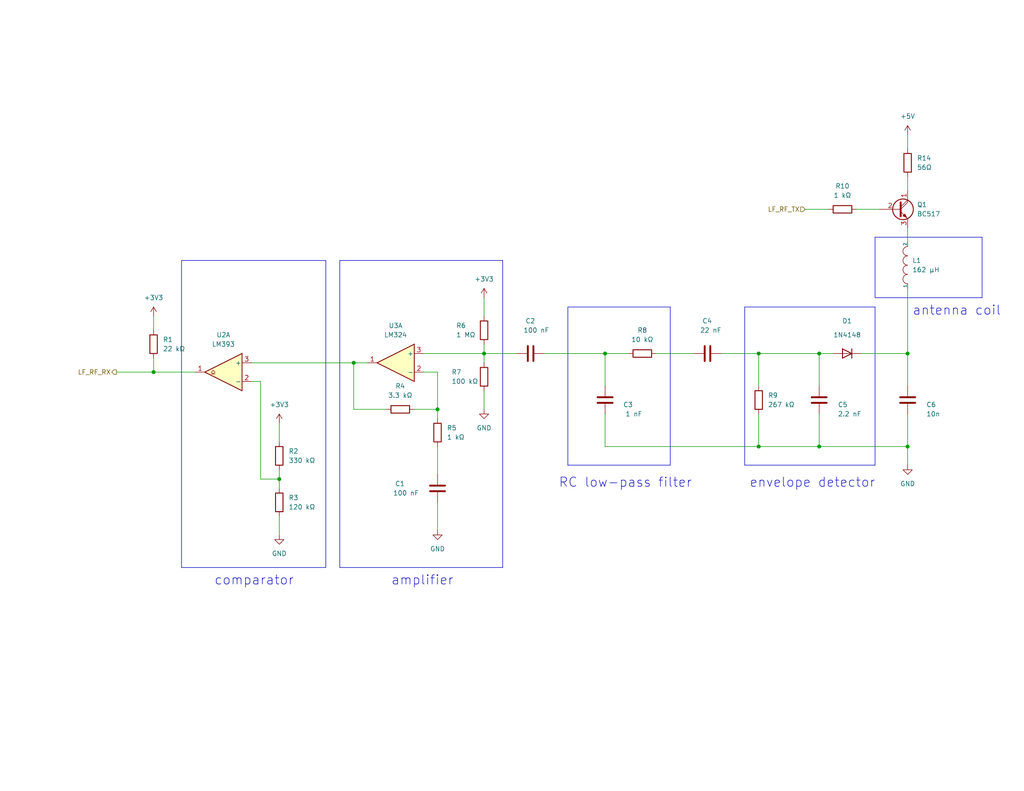
<source format=kicad_sch>
(kicad_sch (version 20220126) (generator eeschema)

  (uuid 9ddf580a-37e8-4a38-9d6b-7c598d361a67)

  (paper "A")

  (lib_symbols
    (symbol "Amplifier_Operational:LM324" (pin_names (offset 0.127)) (in_bom yes) (on_board yes)
      (property "Reference" "U" (id 0) (at 0 5.08 0)
        (effects (font (size 1.27 1.27)) (justify left))
      )
      (property "Value" "LM324" (id 1) (at 0 -5.08 0)
        (effects (font (size 1.27 1.27)) (justify left))
      )
      (property "Footprint" "" (id 2) (at -1.27 2.54 0)
        (effects (font (size 1.27 1.27)) hide)
      )
      (property "Datasheet" "http://www.ti.com/lit/ds/symlink/lm2902-n.pdf" (id 3) (at 1.27 5.08 0)
        (effects (font (size 1.27 1.27)) hide)
      )
      (property "ki_locked" "" (id 4) (at 0 0 0)
        (effects (font (size 1.27 1.27)))
      )
      (property "ki_keywords" "quad opamp" (id 5) (at 0 0 0)
        (effects (font (size 1.27 1.27)) hide)
      )
      (property "ki_description" "Low-Power, Quad-Operational Amplifiers, DIP-14/SOIC-14/SSOP-14" (id 6) (at 0 0 0)
        (effects (font (size 1.27 1.27)) hide)
      )
      (property "ki_fp_filters" "SOIC*3.9x8.7mm*P1.27mm* DIP*W7.62mm* TSSOP*4.4x5mm*P0.65mm* SSOP*5.3x6.2mm*P0.65mm* MSOP*3x3mm*P0.5mm*" (id 7) (at 0 0 0)
        (effects (font (size 1.27 1.27)) hide)
      )
      (symbol "LM324_1_1"
        (polyline
          (pts
            (xy -5.08 5.08)
            (xy 5.08 0)
            (xy -5.08 -5.08)
            (xy -5.08 5.08)
          )
          (stroke (width 0.254) (type default))
          (fill (type background))
        )
        (pin output line (at 7.62 0 180) (length 2.54)
          (name "~" (effects (font (size 1.27 1.27))))
          (number "1" (effects (font (size 1.27 1.27))))
        )
        (pin input line (at -7.62 -2.54 0) (length 2.54)
          (name "-" (effects (font (size 1.27 1.27))))
          (number "2" (effects (font (size 1.27 1.27))))
        )
        (pin input line (at -7.62 2.54 0) (length 2.54)
          (name "+" (effects (font (size 1.27 1.27))))
          (number "3" (effects (font (size 1.27 1.27))))
        )
      )
      (symbol "LM324_2_1"
        (polyline
          (pts
            (xy -5.08 5.08)
            (xy 5.08 0)
            (xy -5.08 -5.08)
            (xy -5.08 5.08)
          )
          (stroke (width 0.254) (type default))
          (fill (type background))
        )
        (pin input line (at -7.62 2.54 0) (length 2.54)
          (name "+" (effects (font (size 1.27 1.27))))
          (number "5" (effects (font (size 1.27 1.27))))
        )
        (pin input line (at -7.62 -2.54 0) (length 2.54)
          (name "-" (effects (font (size 1.27 1.27))))
          (number "6" (effects (font (size 1.27 1.27))))
        )
        (pin output line (at 7.62 0 180) (length 2.54)
          (name "~" (effects (font (size 1.27 1.27))))
          (number "7" (effects (font (size 1.27 1.27))))
        )
      )
      (symbol "LM324_3_1"
        (polyline
          (pts
            (xy -5.08 5.08)
            (xy 5.08 0)
            (xy -5.08 -5.08)
            (xy -5.08 5.08)
          )
          (stroke (width 0.254) (type default))
          (fill (type background))
        )
        (pin input line (at -7.62 2.54 0) (length 2.54)
          (name "+" (effects (font (size 1.27 1.27))))
          (number "10" (effects (font (size 1.27 1.27))))
        )
        (pin output line (at 7.62 0 180) (length 2.54)
          (name "~" (effects (font (size 1.27 1.27))))
          (number "8" (effects (font (size 1.27 1.27))))
        )
        (pin input line (at -7.62 -2.54 0) (length 2.54)
          (name "-" (effects (font (size 1.27 1.27))))
          (number "9" (effects (font (size 1.27 1.27))))
        )
      )
      (symbol "LM324_4_1"
        (polyline
          (pts
            (xy -5.08 5.08)
            (xy 5.08 0)
            (xy -5.08 -5.08)
            (xy -5.08 5.08)
          )
          (stroke (width 0.254) (type default))
          (fill (type background))
        )
        (pin input line (at -7.62 2.54 0) (length 2.54)
          (name "+" (effects (font (size 1.27 1.27))))
          (number "12" (effects (font (size 1.27 1.27))))
        )
        (pin input line (at -7.62 -2.54 0) (length 2.54)
          (name "-" (effects (font (size 1.27 1.27))))
          (number "13" (effects (font (size 1.27 1.27))))
        )
        (pin output line (at 7.62 0 180) (length 2.54)
          (name "~" (effects (font (size 1.27 1.27))))
          (number "14" (effects (font (size 1.27 1.27))))
        )
      )
      (symbol "LM324_5_1"
        (pin power_in line (at -2.54 -7.62 90) (length 3.81)
          (name "V-" (effects (font (size 1.27 1.27))))
          (number "11" (effects (font (size 1.27 1.27))))
        )
        (pin power_in line (at -2.54 7.62 270) (length 3.81)
          (name "V+" (effects (font (size 1.27 1.27))))
          (number "4" (effects (font (size 1.27 1.27))))
        )
      )
    )
    (symbol "Comparator:LM393" (pin_names (offset 0.127)) (in_bom yes) (on_board yes)
      (property "Reference" "U" (id 0) (at 3.81 3.81 0)
        (effects (font (size 1.27 1.27)))
      )
      (property "Value" "LM393" (id 1) (at 6.35 -3.81 0)
        (effects (font (size 1.27 1.27)))
      )
      (property "Footprint" "" (id 2) (at 0 0 0)
        (effects (font (size 1.27 1.27)) hide)
      )
      (property "Datasheet" "http://www.ti.com/lit/ds/symlink/lm393.pdf" (id 3) (at 0 0 0)
        (effects (font (size 1.27 1.27)) hide)
      )
      (property "ki_locked" "" (id 4) (at 0 0 0)
        (effects (font (size 1.27 1.27)))
      )
      (property "ki_keywords" "cmp open collector" (id 5) (at 0 0 0)
        (effects (font (size 1.27 1.27)) hide)
      )
      (property "ki_description" "Low-Power, Low-Offset Voltage, Dual Comparators, DIP-8/SOIC-8/TO-99-8" (id 6) (at 0 0 0)
        (effects (font (size 1.27 1.27)) hide)
      )
      (property "ki_fp_filters" "SOIC*3.9x4.9mm*P1.27mm* DIP*W7.62mm* SOP*5.28x5.23mm*P1.27mm* VSSOP*3.0x3.0mm*P0.65mm* TSSOP*4.4x3mm*P0.65mm*" (id 7) (at 0 0 0)
        (effects (font (size 1.27 1.27)) hide)
      )
      (symbol "LM393_1_1"
        (polyline
          (pts
            (xy -5.08 5.08)
            (xy 5.08 0)
            (xy -5.08 -5.08)
            (xy -5.08 5.08)
          )
          (stroke (width 0.254) (type default))
          (fill (type background))
        )
        (polyline
          (pts
            (xy 3.302 -0.508)
            (xy 2.794 -0.508)
            (xy 3.302 0)
            (xy 2.794 0.508)
            (xy 2.286 0)
            (xy 2.794 -0.508)
            (xy 2.286 -0.508)
          )
          (stroke (width 0.127) (type default))
          (fill (type none))
        )
        (pin open_collector line (at 7.62 0 180) (length 2.54)
          (name "~" (effects (font (size 1.27 1.27))))
          (number "1" (effects (font (size 1.27 1.27))))
        )
        (pin input line (at -7.62 -2.54 0) (length 2.54)
          (name "-" (effects (font (size 1.27 1.27))))
          (number "2" (effects (font (size 1.27 1.27))))
        )
        (pin input line (at -7.62 2.54 0) (length 2.54)
          (name "+" (effects (font (size 1.27 1.27))))
          (number "3" (effects (font (size 1.27 1.27))))
        )
      )
      (symbol "LM393_2_1"
        (polyline
          (pts
            (xy -5.08 5.08)
            (xy 5.08 0)
            (xy -5.08 -5.08)
            (xy -5.08 5.08)
          )
          (stroke (width 0.254) (type default))
          (fill (type background))
        )
        (polyline
          (pts
            (xy 3.302 -0.508)
            (xy 2.794 -0.508)
            (xy 3.302 0)
            (xy 2.794 0.508)
            (xy 2.286 0)
            (xy 2.794 -0.508)
            (xy 2.286 -0.508)
          )
          (stroke (width 0.127) (type default))
          (fill (type none))
        )
        (pin input line (at -7.62 2.54 0) (length 2.54)
          (name "+" (effects (font (size 1.27 1.27))))
          (number "5" (effects (font (size 1.27 1.27))))
        )
        (pin input line (at -7.62 -2.54 0) (length 2.54)
          (name "_" (effects (font (size 1.27 1.27))))
          (number "6" (effects (font (size 1.27 1.27))))
        )
        (pin open_collector line (at 7.62 0 180) (length 2.54)
          (name "~" (effects (font (size 1.27 1.27))))
          (number "7" (effects (font (size 1.27 1.27))))
        )
      )
      (symbol "LM393_3_1"
        (pin power_in line (at -2.54 -7.62 90) (length 3.81)
          (name "V-" (effects (font (size 1.27 1.27))))
          (number "4" (effects (font (size 1.27 1.27))))
        )
        (pin power_in line (at -2.54 7.62 270) (length 3.81)
          (name "V+" (effects (font (size 1.27 1.27))))
          (number "8" (effects (font (size 1.27 1.27))))
        )
      )
    )
    (symbol "Device:C" (pin_numbers hide) (pin_names (offset 0.254)) (in_bom yes) (on_board yes)
      (property "Reference" "C" (id 0) (at 0.635 2.54 0)
        (effects (font (size 1.27 1.27)) (justify left))
      )
      (property "Value" "C" (id 1) (at 0.635 -2.54 0)
        (effects (font (size 1.27 1.27)) (justify left))
      )
      (property "Footprint" "" (id 2) (at 0.9652 -3.81 0)
        (effects (font (size 1.27 1.27)) hide)
      )
      (property "Datasheet" "~" (id 3) (at 0 0 0)
        (effects (font (size 1.27 1.27)) hide)
      )
      (property "ki_keywords" "cap capacitor" (id 4) (at 0 0 0)
        (effects (font (size 1.27 1.27)) hide)
      )
      (property "ki_description" "Unpolarized capacitor" (id 5) (at 0 0 0)
        (effects (font (size 1.27 1.27)) hide)
      )
      (property "ki_fp_filters" "C_*" (id 6) (at 0 0 0)
        (effects (font (size 1.27 1.27)) hide)
      )
      (symbol "C_0_1"
        (polyline
          (pts
            (xy -2.032 -0.762)
            (xy 2.032 -0.762)
          )
          (stroke (width 0.508) (type default))
          (fill (type none))
        )
        (polyline
          (pts
            (xy -2.032 0.762)
            (xy 2.032 0.762)
          )
          (stroke (width 0.508) (type default))
          (fill (type none))
        )
      )
      (symbol "C_1_1"
        (pin passive line (at 0 3.81 270) (length 2.794)
          (name "~" (effects (font (size 1.27 1.27))))
          (number "1" (effects (font (size 1.27 1.27))))
        )
        (pin passive line (at 0 -3.81 90) (length 2.794)
          (name "~" (effects (font (size 1.27 1.27))))
          (number "2" (effects (font (size 1.27 1.27))))
        )
      )
    )
    (symbol "Device:D" (pin_numbers hide) (pin_names (offset 1.016) hide) (in_bom yes) (on_board yes)
      (property "Reference" "D" (id 0) (at 0 2.54 0)
        (effects (font (size 1.27 1.27)))
      )
      (property "Value" "D" (id 1) (at 0 -2.54 0)
        (effects (font (size 1.27 1.27)))
      )
      (property "Footprint" "" (id 2) (at 0 0 0)
        (effects (font (size 1.27 1.27)) hide)
      )
      (property "Datasheet" "~" (id 3) (at 0 0 0)
        (effects (font (size 1.27 1.27)) hide)
      )
      (property "ki_keywords" "diode" (id 4) (at 0 0 0)
        (effects (font (size 1.27 1.27)) hide)
      )
      (property "ki_description" "Diode" (id 5) (at 0 0 0)
        (effects (font (size 1.27 1.27)) hide)
      )
      (property "ki_fp_filters" "TO-???* *_Diode_* *SingleDiode* D_*" (id 6) (at 0 0 0)
        (effects (font (size 1.27 1.27)) hide)
      )
      (symbol "D_0_1"
        (polyline
          (pts
            (xy -1.27 1.27)
            (xy -1.27 -1.27)
          )
          (stroke (width 0.254) (type default))
          (fill (type none))
        )
        (polyline
          (pts
            (xy 1.27 0)
            (xy -1.27 0)
          )
          (stroke (width 0) (type default))
          (fill (type none))
        )
        (polyline
          (pts
            (xy 1.27 1.27)
            (xy 1.27 -1.27)
            (xy -1.27 0)
            (xy 1.27 1.27)
          )
          (stroke (width 0.254) (type default))
          (fill (type none))
        )
      )
      (symbol "D_1_1"
        (pin passive line (at -3.81 0 0) (length 2.54)
          (name "K" (effects (font (size 1.27 1.27))))
          (number "1" (effects (font (size 1.27 1.27))))
        )
        (pin passive line (at 3.81 0 180) (length 2.54)
          (name "A" (effects (font (size 1.27 1.27))))
          (number "2" (effects (font (size 1.27 1.27))))
        )
      )
    )
    (symbol "Device:R" (pin_numbers hide) (pin_names (offset 0)) (in_bom yes) (on_board yes)
      (property "Reference" "R" (id 0) (at 2.032 0 90)
        (effects (font (size 1.27 1.27)))
      )
      (property "Value" "R" (id 1) (at 0 0 90)
        (effects (font (size 1.27 1.27)))
      )
      (property "Footprint" "" (id 2) (at -1.778 0 90)
        (effects (font (size 1.27 1.27)) hide)
      )
      (property "Datasheet" "~" (id 3) (at 0 0 0)
        (effects (font (size 1.27 1.27)) hide)
      )
      (property "ki_keywords" "R res resistor" (id 4) (at 0 0 0)
        (effects (font (size 1.27 1.27)) hide)
      )
      (property "ki_description" "Resistor" (id 5) (at 0 0 0)
        (effects (font (size 1.27 1.27)) hide)
      )
      (property "ki_fp_filters" "R_*" (id 6) (at 0 0 0)
        (effects (font (size 1.27 1.27)) hide)
      )
      (symbol "R_0_1"
        (rectangle (start -1.016 -2.54) (end 1.016 2.54)
          (stroke (width 0.254) (type default))
          (fill (type none))
        )
      )
      (symbol "R_1_1"
        (pin passive line (at 0 3.81 270) (length 1.27)
          (name "~" (effects (font (size 1.27 1.27))))
          (number "1" (effects (font (size 1.27 1.27))))
        )
        (pin passive line (at 0 -3.81 90) (length 1.27)
          (name "~" (effects (font (size 1.27 1.27))))
          (number "2" (effects (font (size 1.27 1.27))))
        )
      )
    )
    (symbol "Transistor_BJT:BC517" (pin_names (offset 0) hide) (in_bom yes) (on_board yes)
      (property "Reference" "Q" (id 0) (at 5.08 1.905 0)
        (effects (font (size 1.27 1.27)) (justify left))
      )
      (property "Value" "BC517" (id 1) (at 5.08 0 0)
        (effects (font (size 1.27 1.27)) (justify left))
      )
      (property "Footprint" "Package_TO_SOT_THT:TO-92_Inline" (id 2) (at 5.08 -1.905 0)
        (effects (font (size 1.27 1.27) italic) (justify left) hide)
      )
      (property "Datasheet" "https://www.onsemi.com/pub/Collateral/BC517-D74Z-D.PDF" (id 3) (at 0 0 0)
        (effects (font (size 1.27 1.27)) (justify left) hide)
      )
      (property "ki_keywords" "NPN Darlington Darl Transistor" (id 4) (at 0 0 0)
        (effects (font (size 1.27 1.27)) hide)
      )
      (property "ki_description" "1A Ic, 30V Vce, Darlington NPN Transistor, TO-92" (id 5) (at 0 0 0)
        (effects (font (size 1.27 1.27)) hide)
      )
      (property "ki_fp_filters" "TO?92*" (id 6) (at 0 0 0)
        (effects (font (size 1.27 1.27)) hide)
      )
      (symbol "BC517_0_1"
        (polyline
          (pts
            (xy 0.635 0.635)
            (xy 2.54 2.54)
          )
          (stroke (width 0) (type default))
          (fill (type none))
        )
        (polyline
          (pts
            (xy 0.635 -0.635)
            (xy 2.54 -2.54)
            (xy 2.54 -2.54)
          )
          (stroke (width 0) (type default))
          (fill (type none))
        )
        (polyline
          (pts
            (xy 0.635 0)
            (xy 2.54 1.905)
            (xy 2.54 2.54)
          )
          (stroke (width 0) (type default))
          (fill (type none))
        )
        (polyline
          (pts
            (xy 0.635 1.905)
            (xy 0.635 -1.905)
            (xy 0.635 -1.905)
          )
          (stroke (width 0.508) (type default))
          (fill (type none))
        )
        (polyline
          (pts
            (xy 1.27 -1.778)
            (xy 1.778 -1.27)
            (xy 2.286 -2.286)
            (xy 1.27 -1.778)
            (xy 1.27 -1.778)
          )
          (stroke (width 0) (type default))
          (fill (type outline))
        )
        (circle (center 1.27 0) (radius 2.8194)
          (stroke (width 0.254) (type default))
          (fill (type none))
        )
      )
      (symbol "BC517_1_1"
        (pin passive line (at 2.54 5.08 270) (length 2.54)
          (name "C" (effects (font (size 1.27 1.27))))
          (number "1" (effects (font (size 1.27 1.27))))
        )
        (pin input line (at -5.08 0 0) (length 5.715)
          (name "B" (effects (font (size 1.27 1.27))))
          (number "2" (effects (font (size 1.27 1.27))))
        )
        (pin passive line (at 2.54 -5.08 90) (length 2.54)
          (name "E" (effects (font (size 1.27 1.27))))
          (number "3" (effects (font (size 1.27 1.27))))
        )
      )
    )
    (symbol "power:+3.3V" (power) (pin_names (offset 0)) (in_bom yes) (on_board yes)
      (property "Reference" "#PWR" (id 0) (at 0 -3.81 0)
        (effects (font (size 1.27 1.27)) hide)
      )
      (property "Value" "+3.3V" (id 1) (at 0 3.556 0)
        (effects (font (size 1.27 1.27)))
      )
      (property "Footprint" "" (id 2) (at 0 0 0)
        (effects (font (size 1.27 1.27)) hide)
      )
      (property "Datasheet" "" (id 3) (at 0 0 0)
        (effects (font (size 1.27 1.27)) hide)
      )
      (property "ki_keywords" "power-flag" (id 4) (at 0 0 0)
        (effects (font (size 1.27 1.27)) hide)
      )
      (property "ki_description" "Power symbol creates a global label with name \"+3.3V\"" (id 5) (at 0 0 0)
        (effects (font (size 1.27 1.27)) hide)
      )
      (symbol "+3.3V_0_1"
        (polyline
          (pts
            (xy -0.762 1.27)
            (xy 0 2.54)
          )
          (stroke (width 0) (type default))
          (fill (type none))
        )
        (polyline
          (pts
            (xy 0 0)
            (xy 0 2.54)
          )
          (stroke (width 0) (type default))
          (fill (type none))
        )
        (polyline
          (pts
            (xy 0 2.54)
            (xy 0.762 1.27)
          )
          (stroke (width 0) (type default))
          (fill (type none))
        )
      )
      (symbol "+3.3V_1_1"
        (pin power_in line (at 0 0 90) (length 0) hide
          (name "+3V3" (effects (font (size 1.27 1.27))))
          (number "1" (effects (font (size 1.27 1.27))))
        )
      )
    )
    (symbol "power:+5V" (power) (pin_names (offset 0)) (in_bom yes) (on_board yes)
      (property "Reference" "#PWR" (id 0) (at 0 -3.81 0)
        (effects (font (size 1.27 1.27)) hide)
      )
      (property "Value" "+5V" (id 1) (at 0 3.556 0)
        (effects (font (size 1.27 1.27)))
      )
      (property "Footprint" "" (id 2) (at 0 0 0)
        (effects (font (size 1.27 1.27)) hide)
      )
      (property "Datasheet" "" (id 3) (at 0 0 0)
        (effects (font (size 1.27 1.27)) hide)
      )
      (property "ki_keywords" "power-flag" (id 4) (at 0 0 0)
        (effects (font (size 1.27 1.27)) hide)
      )
      (property "ki_description" "Power symbol creates a global label with name \"+5V\"" (id 5) (at 0 0 0)
        (effects (font (size 1.27 1.27)) hide)
      )
      (symbol "+5V_0_1"
        (polyline
          (pts
            (xy -0.762 1.27)
            (xy 0 2.54)
          )
          (stroke (width 0) (type default))
          (fill (type none))
        )
        (polyline
          (pts
            (xy 0 0)
            (xy 0 2.54)
          )
          (stroke (width 0) (type default))
          (fill (type none))
        )
        (polyline
          (pts
            (xy 0 2.54)
            (xy 0.762 1.27)
          )
          (stroke (width 0) (type default))
          (fill (type none))
        )
      )
      (symbol "+5V_1_1"
        (pin power_in line (at 0 0 90) (length 0) hide
          (name "+5V" (effects (font (size 1.27 1.27))))
          (number "1" (effects (font (size 1.27 1.27))))
        )
      )
    )
    (symbol "power:GND" (power) (pin_names (offset 0)) (in_bom yes) (on_board yes)
      (property "Reference" "#PWR" (id 0) (at 0 -6.35 0)
        (effects (font (size 1.27 1.27)) hide)
      )
      (property "Value" "GND" (id 1) (at 0 -3.81 0)
        (effects (font (size 1.27 1.27)))
      )
      (property "Footprint" "" (id 2) (at 0 0 0)
        (effects (font (size 1.27 1.27)) hide)
      )
      (property "Datasheet" "" (id 3) (at 0 0 0)
        (effects (font (size 1.27 1.27)) hide)
      )
      (property "ki_keywords" "power-flag" (id 4) (at 0 0 0)
        (effects (font (size 1.27 1.27)) hide)
      )
      (property "ki_description" "Power symbol creates a global label with name \"GND\" , ground" (id 5) (at 0 0 0)
        (effects (font (size 1.27 1.27)) hide)
      )
      (symbol "GND_0_1"
        (polyline
          (pts
            (xy 0 0)
            (xy 0 -1.27)
            (xy 1.27 -1.27)
            (xy 0 -2.54)
            (xy -1.27 -1.27)
            (xy 0 -1.27)
          )
          (stroke (width 0) (type default))
          (fill (type none))
        )
      )
      (symbol "GND_1_1"
        (pin power_in line (at 0 0 270) (length 0) hide
          (name "GND" (effects (font (size 1.27 1.27))))
          (number "1" (effects (font (size 1.27 1.27))))
        )
      )
    )
    (symbol "pspice:INDUCTOR" (pin_numbers hide) (pin_names (offset 0)) (in_bom yes) (on_board yes)
      (property "Reference" "L" (id 0) (at 0 2.54 0)
        (effects (font (size 1.27 1.27)))
      )
      (property "Value" "INDUCTOR" (id 1) (at 0 -1.27 0)
        (effects (font (size 1.27 1.27)))
      )
      (property "Footprint" "" (id 2) (at 0 0 0)
        (effects (font (size 1.27 1.27)) hide)
      )
      (property "Datasheet" "~" (id 3) (at 0 0 0)
        (effects (font (size 1.27 1.27)) hide)
      )
      (property "ki_keywords" "simulation" (id 4) (at 0 0 0)
        (effects (font (size 1.27 1.27)) hide)
      )
      (property "ki_description" "Inductor symbol for simulation only" (id 5) (at 0 0 0)
        (effects (font (size 1.27 1.27)) hide)
      )
      (symbol "INDUCTOR_0_1"
        (arc (start -2.54 0) (mid -3.81 1.27) (end -5.08 0)
          (stroke (width 0) (type default))
          (fill (type none))
        )
        (arc (start 0 0) (mid -1.27 1.27) (end -2.54 0)
          (stroke (width 0) (type default))
          (fill (type none))
        )
        (arc (start 2.54 0) (mid 1.27 1.27) (end 0 0)
          (stroke (width 0) (type default))
          (fill (type none))
        )
        (arc (start 5.08 0) (mid 3.81 1.27) (end 2.54 0)
          (stroke (width 0) (type default))
          (fill (type none))
        )
      )
      (symbol "INDUCTOR_1_1"
        (pin input line (at -6.35 0 0) (length 1.27)
          (name "1" (effects (font (size 0.762 0.762))))
          (number "1" (effects (font (size 0.762 0.762))))
        )
        (pin input line (at 6.35 0 180) (length 1.27)
          (name "2" (effects (font (size 0.762 0.762))))
          (number "2" (effects (font (size 0.762 0.762))))
        )
      )
    )
  )

  (junction (at 207.01 121.92) (diameter 0) (color 0 0 0 0)
    (uuid 06665bf8-cef1-4e75-8d5b-1537b3c1b090)
  )
  (junction (at 132.08 96.52) (diameter 0) (color 0 0 0 0)
    (uuid 15189cef-9045-423b-b4f6-a763d4e75704)
  )
  (junction (at 41.91 101.6) (diameter 0) (color 0 0 0 0)
    (uuid 152cd84e-bbed-4df5-a866-d1ab977b0966)
  )
  (junction (at 247.65 96.52) (diameter 0) (color 0 0 0 0)
    (uuid 1a22eb2d-f625-4371-a918-ff1b97dc8219)
  )
  (junction (at 96.52 99.06) (diameter 0) (color 0 0 0 0)
    (uuid 2a4111b7-8149-4814-9344-3b8119cd75e4)
  )
  (junction (at 76.2 130.81) (diameter 0) (color 0 0 0 0)
    (uuid 560d05a7-84e4-403a-80d1-f287a4032b8a)
  )
  (junction (at 223.52 96.52) (diameter 0) (color 0 0 0 0)
    (uuid 9fdca5c2-1fbd-4774-a9c3-8795a40c206d)
  )
  (junction (at 223.52 121.92) (diameter 0) (color 0 0 0 0)
    (uuid a0d52767-051a-423c-a600-928281f27952)
  )
  (junction (at 165.1 96.52) (diameter 0) (color 0 0 0 0)
    (uuid a239fd1d-dfbb-49fd-b565-8c3de9dcf42b)
  )
  (junction (at 119.38 111.76) (diameter 0) (color 0 0 0 0)
    (uuid a686ed7c-c2d1-4d29-9d54-727faf9fd6bf)
  )
  (junction (at 207.01 96.52) (diameter 0) (color 0 0 0 0)
    (uuid d32956af-146b-4a09-a053-d9d64b8dd86d)
  )
  (junction (at 247.65 121.92) (diameter 0) (color 0 0 0 0)
    (uuid f674b8e7-203d-419e-988a-58e0f9ae4fad)
  )

  (wire (pts (xy 76.2 128.27) (xy 76.2 130.81))
    (stroke (width 0) (type default))
    (uuid 02127a87-6015-438f-b61e-eba633d6ee09)
  )
  (wire (pts (xy 76.2 130.81) (xy 76.2 133.35))
    (stroke (width 0) (type default))
    (uuid 02127a87-6015-438f-b61e-eba633d6ee0a)
  )
  (wire (pts (xy 219.71 57.15) (xy 226.06 57.15))
    (stroke (width 0) (type default))
    (uuid 101f69d5-ec56-4567-a395-4105a0ad82e7)
  )
  (wire (pts (xy 132.08 96.52) (xy 140.97 96.52))
    (stroke (width 0) (type default))
    (uuid 16256d61-7860-4853-8867-eaa662d84d45)
  )
  (wire (pts (xy 207.01 96.52) (xy 207.01 105.41))
    (stroke (width 0) (type default))
    (uuid 1e4e419f-0235-4831-ace9-5176a2a3166e)
  )
  (polyline (pts (xy 92.71 71.12) (xy 92.71 154.94))
    (stroke (width 0) (type default))
    (uuid 2049e6c6-ed08-4b98-b7a2-f6a5cd3eb749)
  )
  (polyline (pts (xy 92.71 71.12) (xy 137.16 71.12))
    (stroke (width 0) (type default))
    (uuid 2049e6c6-ed08-4b98-b7a2-f6a5cd3eb74a)
  )
  (polyline (pts (xy 92.71 154.94) (xy 137.16 154.94))
    (stroke (width 0) (type default))
    (uuid 2049e6c6-ed08-4b98-b7a2-f6a5cd3eb74b)
  )
  (polyline (pts (xy 137.16 154.94) (xy 137.16 71.12))
    (stroke (width 0) (type default))
    (uuid 2049e6c6-ed08-4b98-b7a2-f6a5cd3eb74c)
  )

  (wire (pts (xy 68.58 104.14) (xy 71.12 104.14))
    (stroke (width 0) (type default))
    (uuid 27cbe2ae-98b9-4da1-a07f-d5b6c1620088)
  )
  (wire (pts (xy 71.12 130.81) (xy 71.12 104.14))
    (stroke (width 0) (type default))
    (uuid 27cbe2ae-98b9-4da1-a07f-d5b6c1620089)
  )
  (wire (pts (xy 76.2 130.81) (xy 71.12 130.81))
    (stroke (width 0) (type default))
    (uuid 27cbe2ae-98b9-4da1-a07f-d5b6c162008a)
  )
  (polyline (pts (xy 154.94 83.82) (xy 154.94 127))
    (stroke (width 0) (type default))
    (uuid 3ac51394-55f8-485d-b8f5-9590e76beecf)
  )
  (polyline (pts (xy 154.94 83.82) (xy 182.88 83.82))
    (stroke (width 0) (type default))
    (uuid 3ac51394-55f8-485d-b8f5-9590e76beed0)
  )
  (polyline (pts (xy 154.94 127) (xy 182.88 127))
    (stroke (width 0) (type default))
    (uuid 3ac51394-55f8-485d-b8f5-9590e76beed1)
  )
  (polyline (pts (xy 182.88 127) (xy 182.88 83.82))
    (stroke (width 0) (type default))
    (uuid 3ac51394-55f8-485d-b8f5-9590e76beed2)
  )

  (wire (pts (xy 247.65 36.83) (xy 247.65 40.64))
    (stroke (width 0) (type default))
    (uuid 3f73c5a6-5f8d-4e91-b38e-e906794ea2eb)
  )
  (wire (pts (xy 119.38 137.16) (xy 119.38 144.78))
    (stroke (width 0) (type default))
    (uuid 41c5c75a-09ad-450f-9b83-387f6fca8a97)
  )
  (wire (pts (xy 113.03 111.76) (xy 119.38 111.76))
    (stroke (width 0) (type default))
    (uuid 429d98f2-58ae-4311-a634-42dc0dcabbec)
  )
  (wire (pts (xy 223.52 113.03) (xy 223.52 121.92))
    (stroke (width 0) (type default))
    (uuid 46aff585-c27c-459a-8f71-294195155774)
  )
  (wire (pts (xy 132.08 81.28) (xy 132.08 86.36))
    (stroke (width 0) (type default))
    (uuid 56e9e99c-71bd-4132-9d80-b597e36a4ed2)
  )
  (wire (pts (xy 247.65 121.92) (xy 247.65 127))
    (stroke (width 0) (type default))
    (uuid 570cc6d5-a949-4c4a-84d5-ac5efb3713a2)
  )
  (polyline (pts (xy 203.2 83.82) (xy 203.2 127))
    (stroke (width 0) (type default))
    (uuid 589a120b-56f8-4894-b21c-e4f6f4b7b9f4)
  )
  (polyline (pts (xy 203.2 83.82) (xy 238.76 83.82))
    (stroke (width 0) (type default))
    (uuid 589a120b-56f8-4894-b21c-e4f6f4b7b9f5)
  )
  (polyline (pts (xy 238.76 83.82) (xy 238.76 127))
    (stroke (width 0) (type default))
    (uuid 589a120b-56f8-4894-b21c-e4f6f4b7b9f6)
  )
  (polyline (pts (xy 238.76 127) (xy 203.2 127))
    (stroke (width 0) (type default))
    (uuid 589a120b-56f8-4894-b21c-e4f6f4b7b9f7)
  )

  (wire (pts (xy 96.52 111.76) (xy 96.52 99.06))
    (stroke (width 0) (type default))
    (uuid 61204ed4-40a0-4414-a43d-b2afd1902fc8)
  )
  (wire (pts (xy 247.65 113.03) (xy 247.65 121.92))
    (stroke (width 0) (type default))
    (uuid 667380a8-ebb8-491e-9022-13e833fd894e)
  )
  (wire (pts (xy 223.52 96.52) (xy 223.52 105.41))
    (stroke (width 0) (type default))
    (uuid 66b914ba-775a-432b-b9cd-6f87a91c52f2)
  )
  (wire (pts (xy 119.38 121.92) (xy 119.38 129.54))
    (stroke (width 0) (type default))
    (uuid 6b9e0e84-0963-4e0e-9c25-0258b36adaec)
  )
  (wire (pts (xy 207.01 113.03) (xy 207.01 121.92))
    (stroke (width 0) (type default))
    (uuid 730d767b-8260-4886-bdca-78655a494de5)
  )
  (wire (pts (xy 41.91 101.6) (xy 53.34 101.6))
    (stroke (width 0) (type default))
    (uuid 79f4afdd-791a-4c1c-aca0-ddafea67af5c)
  )
  (wire (pts (xy 179.07 96.52) (xy 189.23 96.52))
    (stroke (width 0) (type default))
    (uuid 7bc31f77-b049-4514-8dd6-10e6b9940047)
  )
  (wire (pts (xy 41.91 86.36) (xy 41.91 90.17))
    (stroke (width 0) (type default))
    (uuid 7edf1287-ef6f-442c-9aa3-a43583cd9e2c)
  )
  (wire (pts (xy 247.65 48.26) (xy 247.65 52.07))
    (stroke (width 0) (type default))
    (uuid 80f0b3a8-88be-4a35-8f0c-d920ce3cb6e5)
  )
  (wire (pts (xy 96.52 99.06) (xy 100.33 99.06))
    (stroke (width 0) (type default))
    (uuid 82521829-bea1-4099-9b68-13d540de2bf9)
  )
  (wire (pts (xy 165.1 113.03) (xy 165.1 121.92))
    (stroke (width 0) (type default))
    (uuid 881e6764-f4b6-4c4c-883b-8812d0219acf)
  )
  (wire (pts (xy 234.95 96.52) (xy 247.65 96.52))
    (stroke (width 0) (type default))
    (uuid 8d2e7026-40ff-4e25-9386-559d93d3d019)
  )
  (wire (pts (xy 68.58 99.06) (xy 96.52 99.06))
    (stroke (width 0) (type default))
    (uuid 98fb1f45-8588-4531-aee7-cb870de78a77)
  )
  (wire (pts (xy 105.41 111.76) (xy 96.52 111.76))
    (stroke (width 0) (type default))
    (uuid 9bb6477f-7df8-4858-b3ef-f6182d45a1e2)
  )
  (polyline (pts (xy 238.76 64.77) (xy 238.76 81.28))
    (stroke (width 0) (type default))
    (uuid 9d0aaeec-3ad4-4175-9ded-5a9f87ce4016)
  )
  (polyline (pts (xy 238.76 64.77) (xy 267.97 64.77))
    (stroke (width 0) (type default))
    (uuid 9d0aaeec-3ad4-4175-9ded-5a9f87ce4017)
  )
  (polyline (pts (xy 267.97 64.77) (xy 267.97 81.28))
    (stroke (width 0) (type default))
    (uuid 9d0aaeec-3ad4-4175-9ded-5a9f87ce4018)
  )
  (polyline (pts (xy 267.97 81.28) (xy 238.76 81.28))
    (stroke (width 0) (type default))
    (uuid 9d0aaeec-3ad4-4175-9ded-5a9f87ce4019)
  )

  (wire (pts (xy 132.08 93.98) (xy 132.08 96.52))
    (stroke (width 0) (type default))
    (uuid a541ce77-c0cf-414f-8c5f-a69f6ab7cc7b)
  )
  (wire (pts (xy 115.57 96.52) (xy 132.08 96.52))
    (stroke (width 0) (type default))
    (uuid a86b6721-0665-46c4-91d1-9251a15778c0)
  )
  (wire (pts (xy 119.38 111.76) (xy 119.38 114.3))
    (stroke (width 0) (type default))
    (uuid a9fb9566-118e-4d54-bc76-0d4aa4d7b44f)
  )
  (wire (pts (xy 247.65 96.52) (xy 247.65 105.41))
    (stroke (width 0) (type default))
    (uuid af9bfdb1-e837-4c3e-84b2-954dadd9280c)
  )
  (wire (pts (xy 76.2 140.97) (xy 76.2 146.05))
    (stroke (width 0) (type default))
    (uuid b1ffa6fb-f842-4dc0-b07b-91871e4cda98)
  )
  (wire (pts (xy 171.45 96.52) (xy 165.1 96.52))
    (stroke (width 0) (type default))
    (uuid bf2cf22f-b761-4d18-a8e9-194866f1edc6)
  )
  (wire (pts (xy 31.75 101.6) (xy 41.91 101.6))
    (stroke (width 0) (type default))
    (uuid c1084417-b1e6-4108-9a47-3cff532c4f3f)
  )
  (wire (pts (xy 76.2 115.57) (xy 76.2 120.65))
    (stroke (width 0) (type default))
    (uuid cc05db2a-6a03-4527-b342-bffdea3a810b)
  )
  (wire (pts (xy 247.65 62.23) (xy 247.65 66.04))
    (stroke (width 0) (type default))
    (uuid cf6f2767-3575-47e2-a74f-20516cdf9076)
  )
  (wire (pts (xy 165.1 121.92) (xy 207.01 121.92))
    (stroke (width 0) (type default))
    (uuid d1366521-66d2-41d7-81ff-1f205c1c9368)
  )
  (wire (pts (xy 207.01 121.92) (xy 223.52 121.92))
    (stroke (width 0) (type default))
    (uuid d1366521-66d2-41d7-81ff-1f205c1c9369)
  )
  (wire (pts (xy 223.52 121.92) (xy 247.65 121.92))
    (stroke (width 0) (type default))
    (uuid d1366521-66d2-41d7-81ff-1f205c1c936a)
  )
  (wire (pts (xy 196.85 96.52) (xy 207.01 96.52))
    (stroke (width 0) (type default))
    (uuid d29f99be-9547-4bcd-92e0-1229cc7eb0ca)
  )
  (wire (pts (xy 207.01 96.52) (xy 223.52 96.52))
    (stroke (width 0) (type default))
    (uuid d29f99be-9547-4bcd-92e0-1229cc7eb0cb)
  )
  (wire (pts (xy 223.52 96.52) (xy 227.33 96.52))
    (stroke (width 0) (type default))
    (uuid d29f99be-9547-4bcd-92e0-1229cc7eb0cc)
  )
  (wire (pts (xy 165.1 96.52) (xy 165.1 105.41))
    (stroke (width 0) (type default))
    (uuid d2f8a909-df0a-4e8c-80ed-95fb2f748544)
  )
  (wire (pts (xy 132.08 96.52) (xy 132.08 99.06))
    (stroke (width 0) (type default))
    (uuid d43c1f8c-9274-42ef-93db-7486b5489783)
  )
  (polyline (pts (xy 49.53 71.12) (xy 49.53 154.94))
    (stroke (width 0) (type default))
    (uuid e8b3103d-6f48-4098-90c2-a6dd0c174104)
  )
  (polyline (pts (xy 49.53 71.12) (xy 88.9 71.12))
    (stroke (width 0) (type default))
    (uuid e8b3103d-6f48-4098-90c2-a6dd0c174105)
  )
  (polyline (pts (xy 88.9 71.12) (xy 88.9 154.94))
    (stroke (width 0) (type default))
    (uuid e8b3103d-6f48-4098-90c2-a6dd0c174106)
  )
  (polyline (pts (xy 88.9 154.94) (xy 49.53 154.94))
    (stroke (width 0) (type default))
    (uuid e8b3103d-6f48-4098-90c2-a6dd0c174107)
  )

  (wire (pts (xy 132.08 106.68) (xy 132.08 111.76))
    (stroke (width 0) (type default))
    (uuid ea0694a9-e7ba-47f0-aeaf-00443ad0196e)
  )
  (wire (pts (xy 233.68 57.15) (xy 240.03 57.15))
    (stroke (width 0) (type default))
    (uuid ed34ad25-9976-4dd8-aae3-3b4fc59626ac)
  )
  (wire (pts (xy 148.59 96.52) (xy 165.1 96.52))
    (stroke (width 0) (type default))
    (uuid ed68e427-6368-4a40-afe8-9226ab319c26)
  )
  (wire (pts (xy 247.65 78.74) (xy 247.65 96.52))
    (stroke (width 0) (type default))
    (uuid f0761017-09bf-4f16-a943-731ca26ac1d6)
  )
  (wire (pts (xy 115.57 101.6) (xy 119.38 101.6))
    (stroke (width 0) (type default))
    (uuid f0d6b2f7-5ca1-44dd-b086-f10c0d6ebfae)
  )
  (wire (pts (xy 119.38 111.76) (xy 119.38 101.6))
    (stroke (width 0) (type default))
    (uuid f0d6b2f7-5ca1-44dd-b086-f10c0d6ebfaf)
  )
  (wire (pts (xy 41.91 97.79) (xy 41.91 101.6))
    (stroke (width 0) (type default))
    (uuid f1f4ab68-b39c-45aa-bb7c-72798e8eb8ee)
  )

  (text "amplifier" (at 106.68 160.02 0)
    (effects (font (size 2.54 2.54)) (justify left bottom))
    (uuid 328aaf28-11d7-4eed-93dc-bf546fd88219)
  )
  (text "comparator" (at 58.42 160.02 0)
    (effects (font (size 2.54 2.54)) (justify left bottom))
    (uuid 8cc83c40-9ce0-456a-8c36-cb1357c47019)
  )
  (text "RC low-pass filter" (at 152.4 133.35 0)
    (effects (font (size 2.54 2.54)) (justify left bottom))
    (uuid bdf8b8a8-ff19-40b6-8d5c-1165352e09d4)
  )
  (text "antenna coil" (at 248.92 86.36 0)
    (effects (font (size 2.54 2.54)) (justify left bottom))
    (uuid c2479015-dbfd-4674-b20f-66ee1f2ecf33)
  )
  (text "envelope detector" (at 204.47 133.35 0)
    (effects (font (size 2.54 2.54)) (justify left bottom))
    (uuid c302a927-7810-458f-872f-11a944ac6fb8)
  )

  (hierarchical_label "LF_RF_RX" (shape output) (at 31.75 101.6 180) (fields_autoplaced)
    (effects (font (size 1.27 1.27)) (justify right))
    (uuid 74e50461-1f37-409b-841c-c066ef363d18)
  )
  (hierarchical_label "LF_RF_TX" (shape input) (at 219.71 57.15 180) (fields_autoplaced)
    (effects (font (size 1.27 1.27)) (justify right))
    (uuid f250ea5b-e24b-4175-ab74-24aa1cdade48)
  )

  (symbol (lib_id "Device:R") (at 119.38 118.11 180) (unit 1)
    (in_bom yes) (on_board yes) (fields_autoplaced)
    (uuid 02542006-cf3c-4863-bf18-500aae7f15ad)
    (property "Reference" "R5" (id 0) (at 121.92 116.8399 0)
      (effects (font (size 1.27 1.27)) (justify right))
    )
    (property "Value" "1 kΩ" (id 1) (at 121.92 119.3799 0)
      (effects (font (size 1.27 1.27)) (justify right))
    )
    (property "Footprint" "Resistor_SMD:R_0603_1608Metric_Pad0.98x0.95mm_HandSolder" (id 2) (at 121.158 118.11 90)
      (effects (font (size 1.27 1.27)) hide)
    )
    (property "Datasheet" "~" (id 3) (at 119.38 118.11 0)
      (effects (font (size 1.27 1.27)) hide)
    )
    (pin "1" (uuid 90f50085-e393-4cfe-a273-f07f53368e9c))
    (pin "2" (uuid 038119a7-378b-4a78-9d78-c03c46967a46))
  )

  (symbol (lib_id "power:+5V") (at 247.65 36.83 0) (unit 1)
    (in_bom yes) (on_board yes) (fields_autoplaced)
    (uuid 06b9dff0-e96a-498f-8711-9367d4953016)
    (property "Reference" "#PWR010" (id 0) (at 247.65 40.64 0)
      (effects (font (size 1.27 1.27)) hide)
    )
    (property "Value" "+5V" (id 1) (at 247.65 31.75 0)
      (effects (font (size 1.27 1.27)))
    )
    (property "Footprint" "" (id 2) (at 247.65 36.83 0)
      (effects (font (size 1.27 1.27)) hide)
    )
    (property "Datasheet" "" (id 3) (at 247.65 36.83 0)
      (effects (font (size 1.27 1.27)) hide)
    )
    (pin "1" (uuid bae53e16-29ef-4d7b-9535-27349f9b7717))
  )

  (symbol (lib_id "Device:R") (at 207.01 109.22 0) (unit 1)
    (in_bom yes) (on_board yes) (fields_autoplaced)
    (uuid 06e66a00-352f-4889-93b3-7ee4e5cab622)
    (property "Reference" "R9" (id 0) (at 209.55 107.9499 0)
      (effects (font (size 1.27 1.27)) (justify left))
    )
    (property "Value" "267 kΩ" (id 1) (at 209.55 110.4899 0)
      (effects (font (size 1.27 1.27)) (justify left))
    )
    (property "Footprint" "Resistor_SMD:R_0603_1608Metric_Pad0.98x0.95mm_HandSolder" (id 2) (at 205.232 109.22 90)
      (effects (font (size 1.27 1.27)) hide)
    )
    (property "Datasheet" "~" (id 3) (at 207.01 109.22 0)
      (effects (font (size 1.27 1.27)) hide)
    )
    (pin "1" (uuid 504a6a25-3246-46fc-b8c5-505748bb09f8))
    (pin "2" (uuid cc41bfe5-36b0-4bb9-8c58-4ada29bd6873))
  )

  (symbol (lib_id "Device:R") (at 132.08 102.87 0) (unit 1)
    (in_bom yes) (on_board yes)
    (uuid 09cf16fe-e6a1-4219-aa78-0646c720ec33)
    (property "Reference" "R7" (id 0) (at 123.19 101.5999 0)
      (effects (font (size 1.27 1.27)) (justify left))
    )
    (property "Value" "100 kΩ" (id 1) (at 123.19 104.1399 0)
      (effects (font (size 1.27 1.27)) (justify left))
    )
    (property "Footprint" "Resistor_SMD:R_0603_1608Metric_Pad0.98x0.95mm_HandSolder" (id 2) (at 130.302 102.87 90)
      (effects (font (size 1.27 1.27)) hide)
    )
    (property "Datasheet" "~" (id 3) (at 132.08 102.87 0)
      (effects (font (size 1.27 1.27)) hide)
    )
    (pin "1" (uuid 71cfb636-4e26-481d-b6cd-92688544be37))
    (pin "2" (uuid ad02d533-33f7-4db9-8789-013b06f77a79))
  )

  (symbol (lib_id "Device:R") (at 247.65 44.45 0) (unit 1)
    (in_bom yes) (on_board yes) (fields_autoplaced)
    (uuid 2a05e9d2-5dcf-49be-aa34-682598a40b05)
    (property "Reference" "R14" (id 0) (at 250.19 43.1799 0)
      (effects (font (size 1.27 1.27)) (justify left))
    )
    (property "Value" "56Ω" (id 1) (at 250.19 45.7199 0)
      (effects (font (size 1.27 1.27)) (justify left))
    )
    (property "Footprint" "Resistor_SMD:R_0603_1608Metric_Pad0.98x0.95mm_HandSolder" (id 2) (at 245.872 44.45 90)
      (effects (font (size 1.27 1.27)) hide)
    )
    (property "Datasheet" "~" (id 3) (at 247.65 44.45 0)
      (effects (font (size 1.27 1.27)) hide)
    )
    (pin "1" (uuid 90ce8904-0a6d-4a84-bd12-726772c0f0b6))
    (pin "2" (uuid e5eb077b-1dd0-4f39-b524-5e6b227c98e7))
  )

  (symbol (lib_id "power:+3.3V") (at 132.08 81.28 0) (unit 1)
    (in_bom yes) (on_board yes) (fields_autoplaced)
    (uuid 2e54cf7c-9a72-450b-827f-a569bc0e444e)
    (property "Reference" "#PWR08" (id 0) (at 132.08 85.09 0)
      (effects (font (size 1.27 1.27)) hide)
    )
    (property "Value" "+3.3V" (id 1) (at 132.08 76.2 0)
      (effects (font (size 1.27 1.27)))
    )
    (property "Footprint" "" (id 2) (at 132.08 81.28 0)
      (effects (font (size 1.27 1.27)) hide)
    )
    (property "Datasheet" "" (id 3) (at 132.08 81.28 0)
      (effects (font (size 1.27 1.27)) hide)
    )
    (pin "1" (uuid 348a4f50-2c34-4346-8e9e-c1c3e5fab424))
  )

  (symbol (lib_id "power:GND") (at 76.2 146.05 0) (unit 1)
    (in_bom yes) (on_board yes) (fields_autoplaced)
    (uuid 2f18274e-0525-47a9-b515-9b79e0687d1c)
    (property "Reference" "#PWR06" (id 0) (at 76.2 152.4 0)
      (effects (font (size 1.27 1.27)) hide)
    )
    (property "Value" "GND" (id 1) (at 76.2 151.13 0)
      (effects (font (size 1.27 1.27)))
    )
    (property "Footprint" "" (id 2) (at 76.2 146.05 0)
      (effects (font (size 1.27 1.27)) hide)
    )
    (property "Datasheet" "" (id 3) (at 76.2 146.05 0)
      (effects (font (size 1.27 1.27)) hide)
    )
    (pin "1" (uuid c100d811-5a1a-4e14-959f-eaa0e4b150d2))
  )

  (symbol (lib_id "Device:R") (at 109.22 111.76 90) (unit 1)
    (in_bom yes) (on_board yes) (fields_autoplaced)
    (uuid 2ff94dfb-b6ce-483e-9f7a-8abad22c0ec7)
    (property "Reference" "R4" (id 0) (at 109.22 105.41 90)
      (effects (font (size 1.27 1.27)))
    )
    (property "Value" "3.3 kΩ" (id 1) (at 109.22 107.95 90)
      (effects (font (size 1.27 1.27)))
    )
    (property "Footprint" "Resistor_SMD:R_0603_1608Metric_Pad0.98x0.95mm_HandSolder" (id 2) (at 109.22 113.538 90)
      (effects (font (size 1.27 1.27)) hide)
    )
    (property "Datasheet" "~" (id 3) (at 109.22 111.76 0)
      (effects (font (size 1.27 1.27)) hide)
    )
    (pin "1" (uuid e0c117a3-901d-4615-86b9-38a228c902d1))
    (pin "2" (uuid 8c99fcf2-cfa9-4e7f-beb9-033ed962f78c))
  )

  (symbol (lib_id "Device:R") (at 41.91 93.98 0) (unit 1)
    (in_bom yes) (on_board yes) (fields_autoplaced)
    (uuid 455ff276-4778-486d-9b03-8a3b3124665a)
    (property "Reference" "R1" (id 0) (at 44.45 92.7099 0)
      (effects (font (size 1.27 1.27)) (justify left))
    )
    (property "Value" "22 kΩ" (id 1) (at 44.45 95.2499 0)
      (effects (font (size 1.27 1.27)) (justify left))
    )
    (property "Footprint" "Resistor_SMD:R_0603_1608Metric_Pad0.98x0.95mm_HandSolder" (id 2) (at 40.132 93.98 90)
      (effects (font (size 1.27 1.27)) hide)
    )
    (property "Datasheet" "~" (id 3) (at 41.91 93.98 0)
      (effects (font (size 1.27 1.27)) hide)
    )
    (pin "1" (uuid 6defe563-d871-43b4-bff4-73cc2331ba89))
    (pin "2" (uuid 59c82535-e73b-4e9c-8ade-75ffd4a41be1))
  )

  (symbol (lib_id "Device:C") (at 119.38 133.35 180) (unit 1)
    (in_bom yes) (on_board yes)
    (uuid 4944072b-a2f1-49ed-8095-ba72c5e6fd36)
    (property "Reference" "C1" (id 0) (at 110.49 132.0801 0)
      (effects (font (size 1.27 1.27)) (justify left))
    )
    (property "Value" "100 nF" (id 1) (at 114.3 134.6201 0)
      (effects (font (size 1.27 1.27)) (justify left))
    )
    (property "Footprint" "Capacitor_SMD:C_0603_1608Metric_Pad1.08x0.95mm_HandSolder" (id 2) (at 118.4148 129.54 0)
      (effects (font (size 1.27 1.27)) hide)
    )
    (property "Datasheet" "~" (id 3) (at 119.38 133.35 0)
      (effects (font (size 1.27 1.27)) hide)
    )
    (pin "1" (uuid 6cb8c775-3d17-484c-a701-411c3c056858))
    (pin "2" (uuid f2f87301-78e4-4ae4-90fd-bf77e6b10d73))
  )

  (symbol (lib_id "Comparator:LM393") (at 60.96 101.6 0) (mirror y) (unit 1)
    (in_bom yes) (on_board yes) (fields_autoplaced)
    (uuid 4ac97269-7e37-4137-bb95-a31528674e8f)
    (property "Reference" "U2" (id 0) (at 60.96 91.44 0)
      (effects (font (size 1.27 1.27)))
    )
    (property "Value" "LM393" (id 1) (at 60.96 93.98 0)
      (effects (font (size 1.27 1.27)))
    )
    (property "Footprint" "DualComparator_LM393:SO08" (id 2) (at 60.96 101.6 0)
      (effects (font (size 1.27 1.27)) hide)
    )
    (property "Datasheet" "http://www.ti.com/lit/ds/symlink/lm393.pdf" (id 3) (at 60.96 101.6 0)
      (effects (font (size 1.27 1.27)) hide)
    )
    (pin "1" (uuid 705000f9-baa9-4959-b0fa-911a27afc375))
    (pin "2" (uuid a99e40f5-4f88-4401-abef-b79f7414d264))
    (pin "3" (uuid 2c653c4e-fd25-43e9-ad5d-277d95765e08))
    (pin "5" (uuid 8ac400bf-c9b3-4af4-b0a7-9aa9ab4ad17e))
    (pin "6" (uuid 97dcf785-3264-40a1-a36e-8842acab24fb))
    (pin "7" (uuid 363945f6-fbef-42be-99cf-4a8a48434d92))
    (pin "4" (uuid 0cc9bf07-55b9-458f-b8aa-41b2f51fa940))
    (pin "8" (uuid 241e0c85-4796-48eb-a5a0-1c0f2d6e5910))
  )

  (symbol (lib_id "Device:D") (at 231.14 96.52 0) (mirror y) (unit 1)
    (in_bom yes) (on_board yes)
    (uuid 5acb20b2-f807-4496-9f75-1929fd1f542d)
    (property "Reference" "D1" (id 0) (at 231.14 87.63 0)
      (effects (font (size 1.27 1.27)))
    )
    (property "Value" "1N4148" (id 1) (at 231.14 91.44 0)
      (effects (font (size 1.27 1.27)))
    )
    (property "Footprint" "ZenerDiodes:DIOAD829W49L456D191" (id 2) (at 231.14 96.52 0)
      (effects (font (size 1.27 1.27)) hide)
    )
    (property "Datasheet" "~" (id 3) (at 231.14 96.52 0)
      (effects (font (size 1.27 1.27)) hide)
    )
    (pin "1" (uuid 74d371fd-38a0-43a6-86dd-b813ad986734))
    (pin "2" (uuid 7f0be0c4-2b45-40e8-a9e5-0da8934a7a16))
  )

  (symbol (lib_id "Device:R") (at 175.26 96.52 90) (unit 1)
    (in_bom yes) (on_board yes) (fields_autoplaced)
    (uuid 6ea5ec6a-d645-4b77-9745-b9d7701e6f53)
    (property "Reference" "R8" (id 0) (at 175.26 90.17 90)
      (effects (font (size 1.27 1.27)))
    )
    (property "Value" "10 kΩ" (id 1) (at 175.26 92.71 90)
      (effects (font (size 1.27 1.27)))
    )
    (property "Footprint" "Resistor_SMD:R_0603_1608Metric_Pad0.98x0.95mm_HandSolder" (id 2) (at 175.26 98.298 90)
      (effects (font (size 1.27 1.27)) hide)
    )
    (property "Datasheet" "~" (id 3) (at 175.26 96.52 0)
      (effects (font (size 1.27 1.27)) hide)
    )
    (pin "1" (uuid 123a1b55-aba8-49fa-a5e5-f2abf8c60f28))
    (pin "2" (uuid ef8cf08e-38e1-4791-a14a-5838adddb407))
  )

  (symbol (lib_id "power:GND") (at 132.08 111.76 0) (unit 1)
    (in_bom yes) (on_board yes) (fields_autoplaced)
    (uuid 7560bc73-0ab1-4a3a-99bb-d3263261ff01)
    (property "Reference" "#PWR09" (id 0) (at 132.08 118.11 0)
      (effects (font (size 1.27 1.27)) hide)
    )
    (property "Value" "GND" (id 1) (at 132.08 116.84 0)
      (effects (font (size 1.27 1.27)))
    )
    (property "Footprint" "" (id 2) (at 132.08 111.76 0)
      (effects (font (size 1.27 1.27)) hide)
    )
    (property "Datasheet" "" (id 3) (at 132.08 111.76 0)
      (effects (font (size 1.27 1.27)) hide)
    )
    (pin "1" (uuid 258a7429-a259-4624-baa2-2e862d893740))
  )

  (symbol (lib_id "pspice:INDUCTOR") (at 247.65 72.39 90) (unit 1)
    (in_bom yes) (on_board yes) (fields_autoplaced)
    (uuid 8a6d9f77-981f-4711-a139-385b0b2abc7c)
    (property "Reference" "L1" (id 0) (at 248.92 71.1199 90)
      (effects (font (size 1.27 1.27)) (justify right))
    )
    (property "Value" "162 µH" (id 1) (at 248.92 73.6599 90)
      (effects (font (size 1.27 1.27)) (justify right))
    )
    (property "Footprint" "" (id 2) (at 247.65 72.39 0)
      (effects (font (size 1.27 1.27)) hide)
    )
    (property "Datasheet" "~" (id 3) (at 247.65 72.39 0)
      (effects (font (size 1.27 1.27)) hide)
    )
    (pin "1" (uuid df65017c-c2c1-4c41-ba1d-ce2ebe94ceda))
    (pin "2" (uuid 589fa50c-9197-4329-934a-5fb1c8b09863))
  )

  (symbol (lib_id "Amplifier_Operational:LM324") (at 107.95 99.06 0) (mirror y) (unit 1)
    (in_bom yes) (on_board yes) (fields_autoplaced)
    (uuid 8f68e74a-7b7b-4ea1-9129-44a724df83ae)
    (property "Reference" "U3" (id 0) (at 107.95 88.9 0)
      (effects (font (size 1.27 1.27)))
    )
    (property "Value" "LM324" (id 1) (at 107.95 91.44 0)
      (effects (font (size 1.27 1.27)))
    )
    (property "Footprint" "GPOPAmp_LM324:SOIC127P600X175-14N" (id 2) (at 109.22 96.52 0)
      (effects (font (size 1.27 1.27)) hide)
    )
    (property "Datasheet" "http://www.ti.com/lit/ds/symlink/lm2902-n.pdf" (id 3) (at 106.68 93.98 0)
      (effects (font (size 1.27 1.27)) hide)
    )
    (pin "1" (uuid 4117cc95-93be-4413-b6c5-2f12311b3c8a))
    (pin "2" (uuid b2f75bd5-bc83-431e-ac7d-1879d8917e8b))
    (pin "3" (uuid 7c5357c1-c0c3-4506-ac16-b51da903d954))
    (pin "5" (uuid 851f3d61-ba3b-4e6e-abd4-cafa4d9b64cb))
    (pin "6" (uuid ca6e2466-a90a-4dab-be16-b070610e5087))
    (pin "7" (uuid d18f2428-546f-4066-8ffb-7653303685db))
    (pin "10" (uuid d95c6650-fcd9-4184-97fe-fde43ea5c0cd))
    (pin "8" (uuid 12fa3c3f-3d14-451a-a6a8-884fd1b32fa7))
    (pin "9" (uuid f4a1ab68-998b-43e3-aa33-40b58210bc99))
    (pin "12" (uuid e76ec524-408a-4daa-89f6-0edfdbcfb621))
    (pin "13" (uuid 78b44915-d68e-4488-a873-34767153ef98))
    (pin "14" (uuid 3993c707-5291-41b6-83c0-d1c09cb3833a))
    (pin "11" (uuid 17ff35b3-d658-499b-9a46-ea36063fed4e))
    (pin "4" (uuid d13b0eae-4711-4325-a6bb-aa8e3646e86e))
  )

  (symbol (lib_id "power:+3.3V") (at 76.2 115.57 0) (unit 1)
    (in_bom yes) (on_board yes) (fields_autoplaced)
    (uuid 8fb8323f-176b-4b42-abb4-65c0fd2b4cbc)
    (property "Reference" "#PWR05" (id 0) (at 76.2 119.38 0)
      (effects (font (size 1.27 1.27)) hide)
    )
    (property "Value" "+3.3V" (id 1) (at 76.2 110.49 0)
      (effects (font (size 1.27 1.27)))
    )
    (property "Footprint" "" (id 2) (at 76.2 115.57 0)
      (effects (font (size 1.27 1.27)) hide)
    )
    (property "Datasheet" "" (id 3) (at 76.2 115.57 0)
      (effects (font (size 1.27 1.27)) hide)
    )
    (pin "1" (uuid d2efe1ab-c862-4823-b695-7371098192e9))
  )

  (symbol (lib_id "Device:R") (at 76.2 124.46 0) (unit 1)
    (in_bom yes) (on_board yes) (fields_autoplaced)
    (uuid 92ab53c5-4274-4f13-9bf1-4e1ebb88fe14)
    (property "Reference" "R2" (id 0) (at 78.74 123.1899 0)
      (effects (font (size 1.27 1.27)) (justify left))
    )
    (property "Value" "330 kΩ" (id 1) (at 78.74 125.7299 0)
      (effects (font (size 1.27 1.27)) (justify left))
    )
    (property "Footprint" "Resistor_SMD:R_0603_1608Metric_Pad0.98x0.95mm_HandSolder" (id 2) (at 74.422 124.46 90)
      (effects (font (size 1.27 1.27)) hide)
    )
    (property "Datasheet" "~" (id 3) (at 76.2 124.46 0)
      (effects (font (size 1.27 1.27)) hide)
    )
    (pin "1" (uuid 337f6008-f047-4dad-87a9-18d3884c5fde))
    (pin "2" (uuid 932e1c65-fd0e-4870-aa83-308bedfeb42c))
  )

  (symbol (lib_id "power:GND") (at 247.65 127 0) (unit 1)
    (in_bom yes) (on_board yes) (fields_autoplaced)
    (uuid 956a5f71-6a68-4044-bbc9-ca57390bfc8d)
    (property "Reference" "#PWR011" (id 0) (at 247.65 133.35 0)
      (effects (font (size 1.27 1.27)) hide)
    )
    (property "Value" "GND" (id 1) (at 247.65 132.08 0)
      (effects (font (size 1.27 1.27)))
    )
    (property "Footprint" "" (id 2) (at 247.65 127 0)
      (effects (font (size 1.27 1.27)) hide)
    )
    (property "Datasheet" "" (id 3) (at 247.65 127 0)
      (effects (font (size 1.27 1.27)) hide)
    )
    (pin "1" (uuid 0a147e3b-bd6b-4dd3-8324-1954183d2a39))
  )

  (symbol (lib_id "Device:C") (at 144.78 96.52 90) (unit 1)
    (in_bom yes) (on_board yes)
    (uuid 9e797169-3c1f-47a8-9ccd-b93cc81ffce2)
    (property "Reference" "C2" (id 0) (at 146.05 87.6301 90)
      (effects (font (size 1.27 1.27)) (justify left))
    )
    (property "Value" "100 nF" (id 1) (at 149.86 90.1701 90)
      (effects (font (size 1.27 1.27)) (justify left))
    )
    (property "Footprint" "Capacitor_SMD:C_0603_1608Metric_Pad1.08x0.95mm_HandSolder" (id 2) (at 148.59 95.5548 0)
      (effects (font (size 1.27 1.27)) hide)
    )
    (property "Datasheet" "~" (id 3) (at 144.78 96.52 0)
      (effects (font (size 1.27 1.27)) hide)
    )
    (pin "1" (uuid 4ba3f851-7e77-4abc-9611-6196bad29f99))
    (pin "2" (uuid 238fe59d-aced-42b3-96ea-b1863f03f07c))
  )

  (symbol (lib_id "Device:R") (at 76.2 137.16 0) (unit 1)
    (in_bom yes) (on_board yes) (fields_autoplaced)
    (uuid 9ee63ff0-4591-4813-bfc8-38d447ef73c4)
    (property "Reference" "R3" (id 0) (at 78.74 135.8899 0)
      (effects (font (size 1.27 1.27)) (justify left))
    )
    (property "Value" "120 kΩ" (id 1) (at 78.74 138.4299 0)
      (effects (font (size 1.27 1.27)) (justify left))
    )
    (property "Footprint" "Resistor_SMD:R_0603_1608Metric_Pad0.98x0.95mm_HandSolder" (id 2) (at 74.422 137.16 90)
      (effects (font (size 1.27 1.27)) hide)
    )
    (property "Datasheet" "~" (id 3) (at 76.2 137.16 0)
      (effects (font (size 1.27 1.27)) hide)
    )
    (pin "1" (uuid 0509b46f-7af0-44f9-9c85-c8dd49a4c402))
    (pin "2" (uuid 60d70784-9c97-477e-bf59-438c8e1befab))
  )

  (symbol (lib_id "Transistor_BJT:BC517") (at 245.11 57.15 0) (unit 1)
    (in_bom yes) (on_board yes) (fields_autoplaced)
    (uuid a2af022a-47d0-4ef8-8e55-89cd26190f9b)
    (property "Reference" "Q1" (id 0) (at 250.19 55.8799 0)
      (effects (font (size 1.27 1.27)) (justify left))
    )
    (property "Value" "BC517" (id 1) (at 250.19 58.4199 0)
      (effects (font (size 1.27 1.27)) (justify left))
    )
    (property "Footprint" "Package_TO_SOT_THT:TO-92_Inline" (id 2) (at 250.19 59.055 0)
      (effects (font (size 1.27 1.27) italic) (justify left) hide)
    )
    (property "Datasheet" "https://www.onsemi.com/pub/Collateral/BC517-D74Z-D.PDF" (id 3) (at 245.11 57.15 0)
      (effects (font (size 1.27 1.27)) (justify left) hide)
    )
    (pin "1" (uuid e879941c-5969-4e73-917b-fc30d9d68310))
    (pin "2" (uuid f43ba4fc-1707-4e45-94a1-62fd574bf56e))
    (pin "3" (uuid e0462b95-f020-4970-b14c-7424971d62a0))
  )

  (symbol (lib_id "Device:C") (at 193.04 96.52 90) (unit 1)
    (in_bom yes) (on_board yes)
    (uuid b0d4ff63-3a1a-40a5-8528-4cecf50be958)
    (property "Reference" "C4" (id 0) (at 194.31 87.63 90)
      (effects (font (size 1.27 1.27)) (justify left))
    )
    (property "Value" "22 nF" (id 1) (at 196.85 90.17 90)
      (effects (font (size 1.27 1.27)) (justify left))
    )
    (property "Footprint" "Capacitor_SMD:C_0603_1608Metric_Pad1.08x0.95mm_HandSolder" (id 2) (at 196.85 95.5548 0)
      (effects (font (size 1.27 1.27)) hide)
    )
    (property "Datasheet" "~" (id 3) (at 193.04 96.52 0)
      (effects (font (size 1.27 1.27)) hide)
    )
    (pin "1" (uuid 5191f5da-52f9-4dbe-949a-c940980efb5b))
    (pin "2" (uuid 4f2c005f-220e-43fd-937d-633432dd2f1d))
  )

  (symbol (lib_id "Device:R") (at 132.08 90.17 0) (unit 1)
    (in_bom yes) (on_board yes)
    (uuid b75a2ccd-d1a4-401f-8107-c29084e11158)
    (property "Reference" "R6" (id 0) (at 124.46 88.8999 0)
      (effects (font (size 1.27 1.27)) (justify left))
    )
    (property "Value" "1 MΩ" (id 1) (at 124.46 91.4399 0)
      (effects (font (size 1.27 1.27)) (justify left))
    )
    (property "Footprint" "Resistor_SMD:R_0603_1608Metric_Pad0.98x0.95mm_HandSolder" (id 2) (at 130.302 90.17 90)
      (effects (font (size 1.27 1.27)) hide)
    )
    (property "Datasheet" "~" (id 3) (at 132.08 90.17 0)
      (effects (font (size 1.27 1.27)) hide)
    )
    (pin "1" (uuid aa9ffdea-486c-4d4b-9d19-bc3410bf2a84))
    (pin "2" (uuid 21ffcf25-82a8-405f-8d17-fe0638dc0512))
  )

  (symbol (lib_id "Device:R") (at 229.87 57.15 270) (unit 1)
    (in_bom yes) (on_board yes) (fields_autoplaced)
    (uuid bd307c9e-6593-41ec-80ed-fd38830a7421)
    (property "Reference" "R10" (id 0) (at 229.87 50.8 90)
      (effects (font (size 1.27 1.27)))
    )
    (property "Value" "1 kΩ" (id 1) (at 229.87 53.34 90)
      (effects (font (size 1.27 1.27)))
    )
    (property "Footprint" "Resistor_SMD:R_0603_1608Metric_Pad0.98x0.95mm_HandSolder" (id 2) (at 229.87 55.372 90)
      (effects (font (size 1.27 1.27)) hide)
    )
    (property "Datasheet" "~" (id 3) (at 229.87 57.15 0)
      (effects (font (size 1.27 1.27)) hide)
    )
    (pin "1" (uuid 83f23b88-e3dd-4580-a9f7-ced978119242))
    (pin "2" (uuid e4e63bb4-d761-48cc-a570-07b47d9aa40b))
  )

  (symbol (lib_id "power:+3.3V") (at 41.91 86.36 0) (unit 1)
    (in_bom yes) (on_board yes) (fields_autoplaced)
    (uuid c332caee-cc2d-4b93-bafe-cc3ce74ba415)
    (property "Reference" "#PWR04" (id 0) (at 41.91 90.17 0)
      (effects (font (size 1.27 1.27)) hide)
    )
    (property "Value" "+3.3V" (id 1) (at 41.91 81.28 0)
      (effects (font (size 1.27 1.27)))
    )
    (property "Footprint" "" (id 2) (at 41.91 86.36 0)
      (effects (font (size 1.27 1.27)) hide)
    )
    (property "Datasheet" "" (id 3) (at 41.91 86.36 0)
      (effects (font (size 1.27 1.27)) hide)
    )
    (pin "1" (uuid 9f4d5583-cf33-4e16-9fd7-1ed6d2db83ba))
  )

  (symbol (lib_id "Device:C") (at 247.65 109.22 0) (unit 1)
    (in_bom yes) (on_board yes)
    (uuid c6f7212e-7b0c-4b37-b894-b1ac5d1b4506)
    (property "Reference" "C6" (id 0) (at 252.73 110.4899 0)
      (effects (font (size 1.27 1.27)) (justify left))
    )
    (property "Value" "10n" (id 1) (at 252.73 113.0299 0)
      (effects (font (size 1.27 1.27)) (justify left))
    )
    (property "Footprint" "Capacitor_SMD:C_0603_1608Metric_Pad1.08x0.95mm_HandSolder" (id 2) (at 248.6152 113.03 0)
      (effects (font (size 1.27 1.27)) hide)
    )
    (property "Datasheet" "~" (id 3) (at 247.65 109.22 0)
      (effects (font (size 1.27 1.27)) hide)
    )
    (pin "1" (uuid d61b3658-da19-4158-9474-8dd1ae54bb3f))
    (pin "2" (uuid 73b36254-e88e-45ed-8aac-694414d6b72e))
  )

  (symbol (lib_id "Device:C") (at 223.52 109.22 0) (unit 1)
    (in_bom yes) (on_board yes)
    (uuid e418f626-634a-4830-ac0e-11e1a15d7e17)
    (property "Reference" "C5" (id 0) (at 228.6 110.4899 0)
      (effects (font (size 1.27 1.27)) (justify left))
    )
    (property "Value" "2.2 nF" (id 1) (at 228.6 113.0299 0)
      (effects (font (size 1.27 1.27)) (justify left))
    )
    (property "Footprint" "Capacitor_SMD:C_0603_1608Metric_Pad1.08x0.95mm_HandSolder" (id 2) (at 224.4852 113.03 0)
      (effects (font (size 1.27 1.27)) hide)
    )
    (property "Datasheet" "~" (id 3) (at 223.52 109.22 0)
      (effects (font (size 1.27 1.27)) hide)
    )
    (pin "1" (uuid 1760068c-e7b0-4b40-a63b-d7ea71a63f8a))
    (pin "2" (uuid 8af34369-7329-4474-a9d7-6a55baf9d9a8))
  )

  (symbol (lib_id "Device:C") (at 165.1 109.22 180) (unit 1)
    (in_bom yes) (on_board yes)
    (uuid f477485f-1ae9-43f1-aac8-6081452e507a)
    (property "Reference" "C3" (id 0) (at 172.72 110.4901 0)
      (effects (font (size 1.27 1.27)) (justify left))
    )
    (property "Value" "1 nF" (id 1) (at 175.26 113.0301 0)
      (effects (font (size 1.27 1.27)) (justify left))
    )
    (property "Footprint" "Capacitor_SMD:C_0603_1608Metric_Pad1.08x0.95mm_HandSolder" (id 2) (at 164.1348 105.41 0)
      (effects (font (size 1.27 1.27)) hide)
    )
    (property "Datasheet" "~" (id 3) (at 165.1 109.22 0)
      (effects (font (size 1.27 1.27)) hide)
    )
    (pin "1" (uuid 797b5b63-221d-4713-a7c1-4d8efffd5a7e))
    (pin "2" (uuid 35219ec0-3d59-4856-afda-bf61b21d565a))
  )

  (symbol (lib_id "power:GND") (at 119.38 144.78 0) (unit 1)
    (in_bom yes) (on_board yes) (fields_autoplaced)
    (uuid fc01f234-c807-457b-8752-32a9e03e7348)
    (property "Reference" "#PWR07" (id 0) (at 119.38 151.13 0)
      (effects (font (size 1.27 1.27)) hide)
    )
    (property "Value" "GND" (id 1) (at 119.38 149.86 0)
      (effects (font (size 1.27 1.27)))
    )
    (property "Footprint" "" (id 2) (at 119.38 144.78 0)
      (effects (font (size 1.27 1.27)) hide)
    )
    (property "Datasheet" "" (id 3) (at 119.38 144.78 0)
      (effects (font (size 1.27 1.27)) hide)
    )
    (pin "1" (uuid d085e123-fb77-408b-becf-24f3a0ff71c7))
  )
)

</source>
